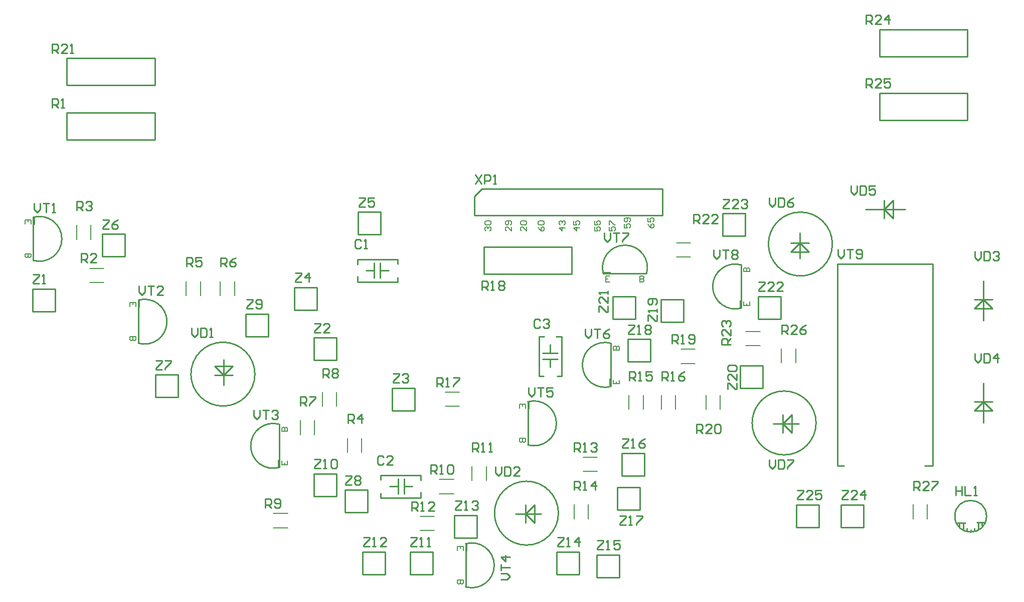
<source format=gto>
G04 Layer_Color=65535*
%FSLAX44Y44*%
%MOMM*%
G71*
G01*
G75*
%ADD19C,0.2540*%
%ADD20C,0.2000*%
%ADD21R,0.1270X1.2700*%
%ADD22R,1.2700X0.1270*%
D19*
X1388980Y315000D02*
G03*
X1388980Y315000I-53980J0D01*
G01*
X797300Y37810D02*
G03*
X797340Y110823I10336J36501D01*
G01*
X1262700Y582190D02*
G03*
X1262660Y509177I-10336J-36501D01*
G01*
X1102790Y567300D02*
G03*
X1029777Y567340I-36501J10336D01*
G01*
X1042700Y449690D02*
G03*
X1042660Y376677I-10336J-36501D01*
G01*
X902300Y277810D02*
G03*
X902340Y350823I10336J36501D01*
G01*
X482700Y312790D02*
G03*
X482660Y239777I-10336J-36501D01*
G01*
X244800Y449710D02*
G03*
X244840Y522723I10336J36501D01*
G01*
X67300Y589710D02*
G03*
X67340Y662723I10336J36501D01*
G01*
X953980Y162500D02*
G03*
X953980Y162500I-53980J0D01*
G01*
X1676700Y157300D02*
G03*
X1676700Y157300I-26700J0D01*
G01*
X441480Y397500D02*
G03*
X441480Y397500I-53980J0D01*
G01*
X1416480Y617500D02*
G03*
X1416480Y617500I-53980J0D01*
G01*
X827950Y567100D02*
Y612820D01*
X976540Y567100D02*
Y612820D01*
X827950D02*
X976540D01*
X827950Y567100D02*
X976540D01*
X1127254Y485950D02*
Y524050D01*
Y485950D02*
X1165354D01*
Y524050D01*
X1127254D02*
X1165354D01*
X1045950Y490950D02*
Y529050D01*
Y490950D02*
X1084050D01*
Y529050D01*
X1045950D02*
X1084050D01*
X1348330Y302300D02*
X1348330Y328970D01*
X1333090Y313730D02*
X1348330Y328970D01*
X1348330Y298490D02*
Y302300D01*
X1333090Y298490D02*
Y328970D01*
X1316580Y313730D02*
X1333090D01*
X1348330Y298490D01*
X1333090Y313730D02*
X1359760D01*
X1260950Y373450D02*
Y411550D01*
Y373450D02*
X1299050D01*
Y411550D01*
X1260950D02*
X1299050D01*
X797300Y37810D02*
Y110200D01*
X124010Y793370D02*
X272600D01*
X124010Y839090D02*
X272600Y839090D01*
Y793370D02*
Y839090D01*
X124010Y793370D02*
Y839090D01*
X1262700Y582190D02*
X1262700Y509800D01*
X1030400Y567300D02*
X1102790D01*
X1042700Y377300D02*
Y449690D01*
X902300Y277810D02*
Y350200D01*
X482700Y240400D02*
Y312790D01*
X244800Y449710D02*
Y522100D01*
X67300Y589710D02*
Y662100D01*
X1053450Y168450D02*
X1091550D01*
Y206550D01*
X1053450D02*
X1091550D01*
X1053450Y168450D02*
Y206550D01*
X1018450Y54050D02*
Y92150D01*
Y54050D02*
X1056550D01*
Y92150D01*
X1018450D02*
X1056550D01*
X673450Y335950D02*
Y374050D01*
Y335950D02*
X711550D01*
Y374050D01*
X673450D02*
X711550D01*
X540950Y420950D02*
Y459050D01*
Y420950D02*
X579050D01*
Y459050D01*
X540950D02*
X579050D01*
X913330Y149800D02*
X913330Y176470D01*
X898090Y161230D02*
X913330Y176470D01*
X913330Y145990D02*
Y149800D01*
X898090Y145990D02*
Y176470D01*
X881580Y161230D02*
X898090D01*
X913330Y145990D01*
X898090Y161230D02*
X924760D01*
X950950Y59050D02*
Y97150D01*
Y59050D02*
X989050D01*
Y97150D01*
X950950D02*
X989050D01*
X425950Y460950D02*
Y499050D01*
Y460950D02*
X464050D01*
Y499050D01*
X425950D02*
X464050D01*
X540950Y191020D02*
Y229120D01*
Y191020D02*
X579050D01*
Y229120D01*
X540950D02*
X579050D01*
X1070950Y418450D02*
Y456550D01*
Y418450D02*
X1109050D01*
Y456550D01*
X1070950D02*
X1109050D01*
X1431350Y138450D02*
Y176550D01*
Y138450D02*
X1469450D01*
Y176550D01*
X1431350D02*
X1469450D01*
X940000Y409270D02*
Y423240D01*
X927300Y423240D02*
X952700D01*
X927300Y433400D02*
X952700D01*
X940000D02*
Y447370D01*
X920950Y394030D02*
Y461340D01*
Y394030D02*
X928570D01*
X920950Y461340D02*
X929840D01*
X950160D02*
X959050D01*
X951430Y394030D02*
X959050D01*
Y461340D01*
X703450Y59050D02*
Y97150D01*
Y59050D02*
X741550D01*
Y97150D01*
X703450D02*
X741550D01*
X1290950Y490950D02*
Y529050D01*
Y490950D02*
X1329050D01*
Y529050D01*
X1290950D02*
X1329050D01*
X221550Y596450D02*
Y634550D01*
X183450D02*
X221550D01*
X183450Y596450D02*
Y634550D01*
Y596450D02*
X221550D01*
X1669050Y140790D02*
Y147140D01*
X1662700D02*
X1662700Y135710D01*
X1656350Y133170D02*
Y136980D01*
X1650000Y130600D02*
Y134440D01*
X1643650Y131900D02*
Y136980D01*
X1637300Y134440D02*
Y144600D01*
X1630950Y145870D02*
X1630950Y139520D01*
X1627140Y145870D02*
X1641110D01*
X1660160Y147140D02*
X1674130Y147140D01*
X1425000Y242460D02*
X1436430D01*
X1425000D02*
Y584090D01*
X1586290D01*
Y242460D02*
Y584090D01*
X1572320Y242460D02*
X1586290D01*
X1355950Y138450D02*
Y176550D01*
Y138450D02*
X1394050D01*
Y176550D01*
X1355950D02*
X1394050D01*
X1659800Y335600D02*
X1686470D01*
X1671230Y350840D02*
X1686470Y335600D01*
X1655990D02*
X1659800D01*
X1655990Y350840D02*
X1686470D01*
X1671230D02*
Y382590D01*
X1655990Y335600D02*
X1671230Y350840D01*
Y315280D02*
Y350840D01*
X623450Y59050D02*
Y97150D01*
Y59050D02*
X661550D01*
Y97150D01*
X623450D02*
X661550D01*
X373530Y410830D02*
X400200D01*
X373530D02*
X388770Y395590D01*
X400200Y410830D02*
X404010D01*
X373530Y395590D02*
X404010Y395590D01*
X388770Y379080D02*
Y395590D01*
X404010Y410830D01*
X388770Y395590D02*
Y422260D01*
X669270Y207500D02*
X683240D01*
X683240Y194800D02*
Y220200D01*
X693400Y194800D02*
Y220200D01*
X693400Y207500D02*
X707370D01*
X654030Y226550D02*
X721340D01*
X654030Y218930D02*
Y226550D01*
X721340Y217660D02*
X721340Y226550D01*
X721340Y197340D02*
X721340Y188450D01*
X654030D02*
Y196070D01*
Y188450D02*
X721340D01*
X1060950Y225950D02*
X1099050D01*
Y264050D01*
X1060950D02*
X1099050D01*
X1060950Y225950D02*
Y264050D01*
X1659800Y508100D02*
X1686470D01*
X1671230Y523340D02*
X1686470Y508100D01*
X1655990D02*
X1659800D01*
X1655990Y523340D02*
X1686470D01*
X1671230D02*
Y555090D01*
X1655990Y508100D02*
X1671230Y523340D01*
Y487780D02*
Y523340D01*
X778450Y120950D02*
Y159050D01*
Y120950D02*
X816550D01*
Y159050D01*
X778450D02*
X816550D01*
X1230950Y630950D02*
Y669050D01*
Y630950D02*
X1269050D01*
Y669050D01*
X1230950D02*
X1269050D01*
X1349800Y604170D02*
X1376470D01*
X1361230Y619410D02*
X1376470Y604170D01*
X1345990D02*
X1349800D01*
X1345990Y619410D02*
X1376470Y619410D01*
X1361230Y619410D02*
Y635920D01*
X1345990Y604170D02*
X1361230Y619410D01*
Y592740D02*
Y619410D01*
X311550Y358450D02*
Y396550D01*
X273450D02*
X311550D01*
X273450Y358450D02*
Y396550D01*
Y358450D02*
X311550D01*
X65950Y503450D02*
Y541550D01*
Y503450D02*
X104050D01*
Y541550D01*
X65950D02*
X104050D01*
X1519400Y664800D02*
X1519400Y691470D01*
X1504160Y676230D02*
X1519400Y691470D01*
X1519400Y660990D02*
Y664800D01*
X1504160Y660990D02*
Y691470D01*
X1472410Y676230D02*
X1504160D01*
X1519400Y660990D01*
X1504160Y676230D02*
X1539720D01*
X124010Y885870D02*
Y931590D01*
X272600D02*
X272600Y885870D01*
X124010Y931590D02*
X272600D01*
X124010Y885870D02*
X272600D01*
X1644550Y934680D02*
Y980400D01*
X1495960Y934680D02*
Y980400D01*
Y934680D02*
X1644550D01*
X1495960Y980400D02*
X1644550D01*
X812100Y678650D02*
Y697700D01*
X824800Y710400D01*
X1129600D01*
Y700240D02*
Y710400D01*
Y665950D02*
Y700240D01*
X812100Y665950D02*
X1129600D01*
X812100D02*
Y678650D01*
X1644550Y827180D02*
Y872900D01*
X1495960Y827180D02*
Y872900D01*
Y827180D02*
X1644550D01*
X1495960Y872900D02*
X1644550D01*
X615950Y633450D02*
Y671550D01*
Y633450D02*
X654050D01*
Y671550D01*
X615950D02*
X654050D01*
X653060Y572500D02*
X667030D01*
X653060Y559800D02*
Y585200D01*
X642900Y559800D02*
Y585200D01*
X628930Y572500D02*
X642900D01*
X614960Y553450D02*
X682270D01*
Y561070D01*
X614960Y553450D02*
X614960Y562340D01*
X614960Y591550D02*
X614960Y582660D01*
X682270Y583930D02*
Y591550D01*
X614960D02*
X682270D01*
X508450Y505950D02*
Y544050D01*
Y505950D02*
X546550D01*
Y544050D01*
X508450D02*
X546550D01*
X593450Y163450D02*
Y201550D01*
Y163450D02*
X631550D01*
Y201550D01*
X593450D02*
X631550D01*
X621069Y622566D02*
X618530Y625105D01*
X613451D01*
X610912Y622566D01*
Y612409D01*
X613451Y609870D01*
X618530D01*
X621069Y612409D01*
X626147Y609870D02*
X631225D01*
X628686D01*
Y625105D01*
X626147Y622566D01*
X658567Y257072D02*
X656028Y259611D01*
X650949D01*
X648410Y257072D01*
Y246915D01*
X650949Y244376D01*
X656028D01*
X658567Y246915D01*
X673802Y244376D02*
X663645D01*
X673802Y254533D01*
Y257072D01*
X671263Y259611D01*
X666184D01*
X663645Y257072D01*
X923367Y488038D02*
X920827Y490577D01*
X915749D01*
X913210Y488038D01*
Y477881D01*
X915749Y475342D01*
X920827D01*
X923367Y477881D01*
X928445Y488038D02*
X930984Y490577D01*
X936063D01*
X938602Y488038D01*
Y485499D01*
X936063Y482960D01*
X933523D01*
X936063D01*
X938602Y480420D01*
Y477881D01*
X936063Y475342D01*
X930984D01*
X928445Y477881D01*
X1624694Y208211D02*
Y192976D01*
Y200593D01*
X1634851D01*
Y208211D01*
Y192976D01*
X1639929Y208211D02*
Y192976D01*
X1650086D01*
X1655164D02*
X1660242D01*
X1657703D01*
Y208211D01*
X1655164Y205672D01*
X99052Y848066D02*
Y863301D01*
X106670D01*
X109209Y860762D01*
Y855684D01*
X106670Y853144D01*
X99052D01*
X104130D02*
X109209Y848066D01*
X114287D02*
X119365D01*
X116826D01*
Y863301D01*
X114287Y860762D01*
X148040Y586056D02*
Y601291D01*
X155658D01*
X158197Y598752D01*
Y593673D01*
X155658Y591134D01*
X148040D01*
X153118D02*
X158197Y586056D01*
X173432D02*
X163275D01*
X173432Y596213D01*
Y598752D01*
X170893Y601291D01*
X165814D01*
X163275Y598752D01*
X140982Y674140D02*
Y689375D01*
X148600D01*
X151139Y686836D01*
Y681758D01*
X148600Y679218D01*
X140982D01*
X146060D02*
X151139Y674140D01*
X156217Y686836D02*
X158756Y689375D01*
X163835D01*
X166374Y686836D01*
Y684297D01*
X163835Y681758D01*
X161295D01*
X163835D01*
X166374Y679218D01*
Y676679D01*
X163835Y674140D01*
X158756D01*
X156217Y676679D01*
X598650Y314154D02*
Y329389D01*
X606268D01*
X608807Y326850D01*
Y321772D01*
X606268Y319232D01*
X598650D01*
X603728D02*
X608807Y314154D01*
X621503D02*
Y329389D01*
X613885Y321772D01*
X624042D01*
X326148Y579174D02*
Y594409D01*
X333766D01*
X336305Y591870D01*
Y586791D01*
X333766Y584252D01*
X326148D01*
X331226D02*
X336305Y579174D01*
X351540Y594409D02*
X341383D01*
Y586791D01*
X346461Y589331D01*
X349001D01*
X351540Y586791D01*
Y581713D01*
X349001Y579174D01*
X343922D01*
X341383Y581713D01*
X383606Y579148D02*
Y594383D01*
X391223D01*
X393763Y591844D01*
Y586766D01*
X391223Y584226D01*
X383606D01*
X388684D02*
X393763Y579148D01*
X408998Y594383D02*
X403919Y591844D01*
X398841Y586766D01*
Y581687D01*
X401380Y579148D01*
X406459D01*
X408998Y581687D01*
Y584226D01*
X406459Y586766D01*
X398841D01*
X518492Y344044D02*
Y359279D01*
X526110D01*
X528649Y356740D01*
Y351661D01*
X526110Y349122D01*
X518492D01*
X523570D02*
X528649Y344044D01*
X533727Y359279D02*
X543884D01*
Y356740D01*
X533727Y346583D01*
Y344044D01*
X556004Y391596D02*
Y406831D01*
X563621D01*
X566161Y404292D01*
Y399213D01*
X563621Y396674D01*
X556004D01*
X561082D02*
X566161Y391596D01*
X571239Y404292D02*
X573778Y406831D01*
X578857D01*
X581396Y404292D01*
Y401753D01*
X578857Y399213D01*
X581396Y396674D01*
Y394135D01*
X578857Y391596D01*
X573778D01*
X571239Y394135D01*
Y396674D01*
X573778Y399213D01*
X571239Y401753D01*
Y404292D01*
X573778Y399213D02*
X578857D01*
X458634Y171534D02*
Y186769D01*
X466251D01*
X468791Y184230D01*
Y179151D01*
X466251Y176612D01*
X458634D01*
X463712D02*
X468791Y171534D01*
X473869Y174073D02*
X476408Y171534D01*
X481487D01*
X484026Y174073D01*
Y184230D01*
X481487Y186769D01*
X476408D01*
X473869Y184230D01*
Y181691D01*
X476408Y179151D01*
X484026D01*
X738588Y229178D02*
Y244413D01*
X746206D01*
X748745Y241874D01*
Y236796D01*
X746206Y234256D01*
X738588D01*
X743666D02*
X748745Y229178D01*
X753823D02*
X758901D01*
X756362D01*
Y244413D01*
X753823Y241874D01*
X766519D02*
X769058Y244413D01*
X774137D01*
X776676Y241874D01*
Y231717D01*
X774137Y229178D01*
X769058D01*
X766519Y231717D01*
Y241874D01*
X808506Y266676D02*
Y281911D01*
X816124D01*
X818663Y279372D01*
Y274293D01*
X816124Y271754D01*
X808506D01*
X813584D02*
X818663Y266676D01*
X823741D02*
X828819D01*
X826280D01*
Y281911D01*
X823741Y279372D01*
X836437Y266676D02*
X841515D01*
X838976D01*
Y281911D01*
X836437Y279372D01*
X705972Y166762D02*
Y181997D01*
X713589D01*
X716129Y179458D01*
Y174380D01*
X713589Y171840D01*
X705972D01*
X711050D02*
X716129Y166762D01*
X721207D02*
X726285D01*
X723746D01*
Y181997D01*
X721207Y179458D01*
X744060Y166762D02*
X733903D01*
X744060Y176919D01*
Y179458D01*
X741520Y181997D01*
X736442D01*
X733903Y179458D01*
X980974Y266690D02*
Y281925D01*
X988592D01*
X991131Y279386D01*
Y274307D01*
X988592Y271768D01*
X980974D01*
X986052D02*
X991131Y266690D01*
X996209D02*
X1001287D01*
X998748D01*
Y281925D01*
X996209Y279386D01*
X1008905D02*
X1011444Y281925D01*
X1016523D01*
X1019062Y279386D01*
Y276847D01*
X1016523Y274307D01*
X1013983D01*
X1016523D01*
X1019062Y271768D01*
Y269229D01*
X1016523Y266690D01*
X1011444D01*
X1008905Y269229D01*
X980986Y201532D02*
Y216767D01*
X988604D01*
X991143Y214228D01*
Y209149D01*
X988604Y206610D01*
X980986D01*
X986064D02*
X991143Y201532D01*
X996221D02*
X1001299D01*
X998760D01*
Y216767D01*
X996221Y214228D01*
X1016535Y201532D02*
Y216767D01*
X1008917Y209149D01*
X1019074D01*
X1073456Y386618D02*
Y401853D01*
X1081074D01*
X1083613Y399314D01*
Y394235D01*
X1081074Y391696D01*
X1073456D01*
X1078534D02*
X1083613Y386618D01*
X1088691D02*
X1093769D01*
X1091230D01*
Y401853D01*
X1088691Y399314D01*
X1111544Y401853D02*
X1101387D01*
Y394235D01*
X1106465Y396775D01*
X1109005D01*
X1111544Y394235D01*
Y389157D01*
X1109005Y386618D01*
X1103926D01*
X1101387Y389157D01*
X1128443Y386703D02*
Y401938D01*
X1136060D01*
X1138600Y399399D01*
Y394320D01*
X1136060Y391781D01*
X1128443D01*
X1133521D02*
X1138600Y386703D01*
X1143678D02*
X1148756D01*
X1146217D01*
Y401938D01*
X1143678Y399399D01*
X1166531Y401938D02*
X1161452Y399399D01*
X1156374Y394320D01*
Y389242D01*
X1158913Y386703D01*
X1163991D01*
X1166531Y389242D01*
Y391781D01*
X1163991Y394320D01*
X1156374D01*
X748562Y376698D02*
Y391933D01*
X756180D01*
X758719Y389394D01*
Y384315D01*
X756180Y381776D01*
X748562D01*
X753640D02*
X758719Y376698D01*
X763797D02*
X768875D01*
X766336D01*
Y391933D01*
X763797Y389394D01*
X776493Y391933D02*
X786650D01*
Y389394D01*
X776493Y379237D01*
Y376698D01*
X825000Y540000D02*
Y555235D01*
X832617D01*
X835157Y552696D01*
Y547617D01*
X832617Y545078D01*
X825000D01*
X830078D02*
X835157Y540000D01*
X840235D02*
X845313D01*
X842774D01*
Y555235D01*
X840235Y552696D01*
X852931D02*
X855470Y555235D01*
X860548D01*
X863088Y552696D01*
Y550157D01*
X860548Y547617D01*
X863088Y545078D01*
Y542539D01*
X860548Y540000D01*
X855470D01*
X852931Y542539D01*
Y545078D01*
X855470Y547617D01*
X852931Y550157D01*
Y552696D01*
X855470Y547617D02*
X860548D01*
X1145980Y449168D02*
Y464403D01*
X1153597D01*
X1156137Y461864D01*
Y456786D01*
X1153597Y454246D01*
X1145980D01*
X1151058D02*
X1156137Y449168D01*
X1161215D02*
X1166293D01*
X1163754D01*
Y464403D01*
X1161215Y461864D01*
X1173911Y451707D02*
X1176450Y449168D01*
X1181528D01*
X1184068Y451707D01*
Y461864D01*
X1181528Y464403D01*
X1176450D01*
X1173911Y461864D01*
Y459325D01*
X1176450Y456786D01*
X1184068D01*
X1187500Y297500D02*
Y312735D01*
X1195117D01*
X1197657Y310196D01*
Y305117D01*
X1195117Y302578D01*
X1187500D01*
X1192578D02*
X1197657Y297500D01*
X1212892D02*
X1202735D01*
X1212892Y307657D01*
Y310196D01*
X1210353Y312735D01*
X1205274D01*
X1202735Y310196D01*
X1217970D02*
X1220509Y312735D01*
X1225588D01*
X1228127Y310196D01*
Y300039D01*
X1225588Y297500D01*
X1220509D01*
X1217970Y300039D01*
Y310196D01*
X99052Y940522D02*
Y955757D01*
X106670D01*
X109209Y953218D01*
Y948139D01*
X106670Y945600D01*
X99052D01*
X104130D02*
X109209Y940522D01*
X124444D02*
X114287D01*
X124444Y950679D01*
Y953218D01*
X121905Y955757D01*
X116826D01*
X114287Y953218D01*
X129522Y940522D02*
X134600D01*
X132061D01*
Y955757D01*
X129522Y953218D01*
X1182500Y652500D02*
Y667735D01*
X1190117D01*
X1192657Y665196D01*
Y660117D01*
X1190117Y657578D01*
X1182500D01*
X1187578D02*
X1192657Y652500D01*
X1207892D02*
X1197735D01*
X1207892Y662657D01*
Y665196D01*
X1205353Y667735D01*
X1200274D01*
X1197735Y665196D01*
X1223127Y652500D02*
X1212970D01*
X1223127Y662657D01*
Y665196D01*
X1220588Y667735D01*
X1215509D01*
X1212970Y665196D01*
X1245000Y447500D02*
X1229765D01*
Y455117D01*
X1232304Y457657D01*
X1237383D01*
X1239922Y455117D01*
Y447500D01*
Y452578D02*
X1245000Y457657D01*
Y472892D02*
Y462735D01*
X1234843Y472892D01*
X1232304D01*
X1229765Y470353D01*
Y465274D01*
X1232304Y462735D01*
Y477970D02*
X1229765Y480509D01*
Y485588D01*
X1232304Y488127D01*
X1234843D01*
X1237383Y485588D01*
Y483049D01*
Y485588D01*
X1239922Y488127D01*
X1242461D01*
X1245000Y485588D01*
Y480509D01*
X1242461Y477970D01*
X1473476Y989368D02*
Y1004603D01*
X1481093D01*
X1483633Y1002064D01*
Y996985D01*
X1481093Y994446D01*
X1473476D01*
X1478554D02*
X1483633Y989368D01*
X1498868D02*
X1488711D01*
X1498868Y999525D01*
Y1002064D01*
X1496329Y1004603D01*
X1491250D01*
X1488711Y1002064D01*
X1511564Y989368D02*
Y1004603D01*
X1503946Y996985D01*
X1514103D01*
X1473504Y881872D02*
Y897107D01*
X1481122D01*
X1483661Y894568D01*
Y889490D01*
X1481122Y886950D01*
X1473504D01*
X1478582D02*
X1483661Y881872D01*
X1498896D02*
X1488739D01*
X1498896Y892029D01*
Y894568D01*
X1496357Y897107D01*
X1491278D01*
X1488739Y894568D01*
X1514131Y897107D02*
X1503974D01*
Y889490D01*
X1509052Y892029D01*
X1511592D01*
X1514131Y889490D01*
Y884411D01*
X1511592Y881872D01*
X1506513D01*
X1503974Y884411D01*
X1331150Y465566D02*
Y480801D01*
X1338768D01*
X1341307Y478262D01*
Y473184D01*
X1338768Y470644D01*
X1331150D01*
X1336228D02*
X1341307Y465566D01*
X1356542D02*
X1346385D01*
X1356542Y475723D01*
Y478262D01*
X1354003Y480801D01*
X1348924D01*
X1346385Y478262D01*
X1371777Y480801D02*
X1366698Y478262D01*
X1361620Y473184D01*
Y468105D01*
X1364159Y465566D01*
X1369238D01*
X1371777Y468105D01*
Y470644D01*
X1369238Y473184D01*
X1361620D01*
X1553588Y201520D02*
Y216755D01*
X1561205D01*
X1563745Y214216D01*
Y209137D01*
X1561205Y206598D01*
X1553588D01*
X1558666D02*
X1563745Y201520D01*
X1578980D02*
X1568823D01*
X1578980Y211677D01*
Y214216D01*
X1576441Y216755D01*
X1571362D01*
X1568823Y214216D01*
X1584058Y216755D02*
X1594215D01*
Y214216D01*
X1584058Y204059D01*
Y201520D01*
X334910Y475687D02*
Y465530D01*
X339988Y460452D01*
X345067Y465530D01*
Y475687D01*
X350145D02*
Y460452D01*
X357763D01*
X360302Y462991D01*
Y473148D01*
X357763Y475687D01*
X350145D01*
X365380Y460452D02*
X370458D01*
X367919D01*
Y475687D01*
X365380Y473148D01*
X847330Y240625D02*
Y230468D01*
X852408Y225390D01*
X857487Y230468D01*
Y240625D01*
X862565D02*
Y225390D01*
X870183D01*
X872722Y227929D01*
Y238086D01*
X870183Y240625D01*
X862565D01*
X887957Y225390D02*
X877800D01*
X887957Y235547D01*
Y238086D01*
X885418Y240625D01*
X880339D01*
X877800Y238086D01*
X1657387Y604996D02*
Y594839D01*
X1662465Y589761D01*
X1667544Y594839D01*
Y604996D01*
X1672622D02*
Y589761D01*
X1680240D01*
X1682779Y592300D01*
Y602457D01*
X1680240Y604996D01*
X1672622D01*
X1687857Y602457D02*
X1690396Y604996D01*
X1695475D01*
X1698014Y602457D01*
Y599918D01*
X1695475Y597379D01*
X1692935D01*
X1695475D01*
X1698014Y594839D01*
Y592300D01*
X1695475Y589761D01*
X1690396D01*
X1687857Y592300D01*
X1657387Y432496D02*
Y422339D01*
X1662465Y417261D01*
X1667544Y422339D01*
Y432496D01*
X1672622D02*
Y417261D01*
X1680240D01*
X1682779Y419800D01*
Y429957D01*
X1680240Y432496D01*
X1672622D01*
X1695475Y417261D02*
Y432496D01*
X1687857Y424879D01*
X1698014D01*
X1448056Y715529D02*
Y705372D01*
X1453134Y700294D01*
X1458213Y705372D01*
Y715529D01*
X1463291D02*
Y700294D01*
X1470909D01*
X1473448Y702833D01*
Y712990D01*
X1470909Y715529D01*
X1463291D01*
X1488683D02*
X1478526D01*
Y707912D01*
X1483604Y710451D01*
X1486144D01*
X1488683Y707912D01*
Y702833D01*
X1486144Y700294D01*
X1481065D01*
X1478526Y702833D01*
X1309760Y695531D02*
Y685374D01*
X1314838Y680296D01*
X1319917Y685374D01*
Y695531D01*
X1324995D02*
Y680296D01*
X1332613D01*
X1335152Y682835D01*
Y692992D01*
X1332613Y695531D01*
X1324995D01*
X1350387D02*
X1345309Y692992D01*
X1340230Y687914D01*
Y682835D01*
X1342769Y680296D01*
X1347848D01*
X1350387Y682835D01*
Y685374D01*
X1347848Y687914D01*
X1340230D01*
X1310000Y252735D02*
Y242578D01*
X1315078Y237500D01*
X1320157Y242578D01*
Y252735D01*
X1325235D02*
Y237500D01*
X1332853D01*
X1335392Y240039D01*
Y250196D01*
X1332853Y252735D01*
X1325235D01*
X1340470D02*
X1350627D01*
Y250196D01*
X1340470Y240039D01*
Y237500D01*
X68608Y686099D02*
Y675942D01*
X73686Y670864D01*
X78765Y675942D01*
Y686099D01*
X83843D02*
X94000D01*
X88921D01*
Y670864D01*
X99078D02*
X104157D01*
X101617D01*
Y686099D01*
X99078Y683560D01*
X246086Y546145D02*
Y535988D01*
X251164Y530910D01*
X256243Y535988D01*
Y546145D01*
X261321D02*
X271478D01*
X266399D01*
Y530910D01*
X286713D02*
X276556D01*
X286713Y541067D01*
Y543606D01*
X284174Y546145D01*
X279095D01*
X276556Y543606D01*
X439432Y336869D02*
Y326712D01*
X444510Y321634D01*
X449589Y326712D01*
Y336869D01*
X454667D02*
X464824D01*
X459745D01*
Y321634D01*
X469902Y334330D02*
X472441Y336869D01*
X477520D01*
X480059Y334330D01*
Y331791D01*
X477520Y329252D01*
X474981D01*
X477520D01*
X480059Y326712D01*
Y324173D01*
X477520Y321634D01*
X472441D01*
X469902Y324173D01*
X857265Y50000D02*
X867422D01*
X872500Y55078D01*
X867422Y60157D01*
X857265D01*
Y65235D02*
Y75392D01*
Y70313D01*
X872500D01*
Y88088D02*
X857265D01*
X864883Y80470D01*
Y90627D01*
X903516Y374273D02*
Y364116D01*
X908594Y359038D01*
X913673Y364116D01*
Y374273D01*
X918751D02*
X928908D01*
X923829D01*
Y359038D01*
X944143Y374273D02*
X933986D01*
Y366656D01*
X939064Y369195D01*
X941604D01*
X944143Y366656D01*
Y361577D01*
X941604Y359038D01*
X936525D01*
X933986Y361577D01*
X999462Y473857D02*
Y463700D01*
X1004540Y458622D01*
X1009619Y463700D01*
Y473857D01*
X1014697D02*
X1024854D01*
X1019775D01*
Y458622D01*
X1040089Y473857D02*
X1035011Y471318D01*
X1029932Y466240D01*
Y461161D01*
X1032471Y458622D01*
X1037550D01*
X1040089Y461161D01*
Y463700D01*
X1037550Y466240D01*
X1029932D01*
X1031574Y635899D02*
Y625742D01*
X1036652Y620664D01*
X1041731Y625742D01*
Y635899D01*
X1046809D02*
X1056966D01*
X1051887D01*
Y620664D01*
X1062044Y635899D02*
X1072201D01*
Y633360D01*
X1062044Y623203D01*
Y620664D01*
X1215754Y607751D02*
Y597594D01*
X1220832Y592516D01*
X1225911Y597594D01*
Y607751D01*
X1230989D02*
X1241146D01*
X1236067D01*
Y592516D01*
X1246224Y605212D02*
X1248763Y607751D01*
X1253842D01*
X1256381Y605212D01*
Y602673D01*
X1253842Y600134D01*
X1256381Y597594D01*
Y595055D01*
X1253842Y592516D01*
X1248763D01*
X1246224Y595055D01*
Y597594D01*
X1248763Y600134D01*
X1246224Y602673D01*
Y605212D01*
X1248763Y600134D02*
X1253842D01*
X1426143Y608342D02*
Y598185D01*
X1431221Y593107D01*
X1436300Y598185D01*
Y608342D01*
X1441378D02*
X1451535D01*
X1446456D01*
Y593107D01*
X1456613Y595646D02*
X1459152Y593107D01*
X1464231D01*
X1466770Y595646D01*
Y605803D01*
X1464231Y608342D01*
X1459152D01*
X1456613Y605803D01*
Y603264D01*
X1459152Y600724D01*
X1466770D01*
X813378Y734461D02*
X823535Y719226D01*
Y734461D02*
X813378Y719226D01*
X828613D02*
Y734461D01*
X836231D01*
X838770Y731922D01*
Y726843D01*
X836231Y724304D01*
X828613D01*
X843848Y719226D02*
X848926D01*
X846387D01*
Y734461D01*
X843848Y731922D01*
X67347Y565802D02*
X77504D01*
Y563263D01*
X67347Y553106D01*
Y550567D01*
X77504D01*
X82582D02*
X87660D01*
X85121D01*
Y565802D01*
X82582Y563263D01*
X542347Y483302D02*
X552504D01*
Y480763D01*
X542347Y470606D01*
Y468067D01*
X552504D01*
X567739D02*
X557582D01*
X567739Y478224D01*
Y480763D01*
X565200Y483302D01*
X560121D01*
X557582Y480763D01*
X674847Y398302D02*
X685004D01*
Y395763D01*
X674847Y385606D01*
Y383067D01*
X685004D01*
X690082Y395763D02*
X692621Y398302D01*
X697700D01*
X700239Y395763D01*
Y393224D01*
X697700Y390685D01*
X695160D01*
X697700D01*
X700239Y388145D01*
Y385606D01*
X697700Y383067D01*
X692621D01*
X690082Y385606D01*
X509847Y568302D02*
X520004D01*
Y565763D01*
X509847Y555606D01*
Y553067D01*
X520004D01*
X532700D02*
Y568302D01*
X525082Y560685D01*
X535239D01*
X617347Y695802D02*
X627504D01*
Y693263D01*
X617347Y683106D01*
Y680567D01*
X627504D01*
X642739Y695802D02*
X632582D01*
Y688185D01*
X637660Y690724D01*
X640200D01*
X642739Y688185D01*
Y683106D01*
X640200Y680567D01*
X635121D01*
X632582Y683106D01*
X184724Y658689D02*
X194881D01*
Y656150D01*
X184724Y645993D01*
Y643454D01*
X194881D01*
X210116Y658689D02*
X205037Y656150D01*
X199959Y651071D01*
Y645993D01*
X202498Y643454D01*
X207577D01*
X210116Y645993D01*
Y648532D01*
X207577Y651071D01*
X199959D01*
X274734Y420579D02*
X284891D01*
Y418040D01*
X274734Y407883D01*
Y405344D01*
X284891D01*
X289969Y420579D02*
X300126D01*
Y418040D01*
X289969Y407883D01*
Y405344D01*
X594847Y225802D02*
X605004D01*
Y223263D01*
X594847Y213106D01*
Y210567D01*
X605004D01*
X610082Y223263D02*
X612621Y225802D01*
X617700D01*
X620239Y223263D01*
Y220724D01*
X617700Y218185D01*
X620239Y215645D01*
Y213106D01*
X617700Y210567D01*
X612621D01*
X610082Y213106D01*
Y215645D01*
X612621Y218185D01*
X610082Y220724D01*
Y223263D01*
X612621Y218185D02*
X617700D01*
X427347Y523302D02*
X437504D01*
Y520763D01*
X427347Y510606D01*
Y508067D01*
X437504D01*
X442582Y510606D02*
X445121Y508067D01*
X450200D01*
X452739Y510606D01*
Y520763D01*
X450200Y523302D01*
X445121D01*
X442582Y520763D01*
Y518224D01*
X445121Y515685D01*
X452739D01*
X542347Y253372D02*
X552504D01*
Y250833D01*
X542347Y240676D01*
Y238137D01*
X552504D01*
X557582D02*
X562660D01*
X560121D01*
Y253372D01*
X557582Y250833D01*
X570278D02*
X572817Y253372D01*
X577896D01*
X580435Y250833D01*
Y240676D01*
X577896Y238137D01*
X572817D01*
X570278Y240676D01*
Y250833D01*
X704847Y121402D02*
X715004D01*
Y118863D01*
X704847Y108706D01*
Y106167D01*
X715004D01*
X720082D02*
X725160D01*
X722621D01*
Y121402D01*
X720082Y118863D01*
X732778Y106167D02*
X737856D01*
X735317D01*
Y121402D01*
X732778Y118863D01*
X624847Y121402D02*
X635004D01*
Y118863D01*
X624847Y108706D01*
Y106167D01*
X635004D01*
X640082D02*
X645160D01*
X642621D01*
Y121402D01*
X640082Y118863D01*
X662935Y106167D02*
X652778D01*
X662935Y116324D01*
Y118863D01*
X660396Y121402D01*
X655317D01*
X652778Y118863D01*
X779847Y183302D02*
X790004D01*
Y180763D01*
X779847Y170606D01*
Y168067D01*
X790004D01*
X795082D02*
X800160D01*
X797621D01*
Y183302D01*
X795082Y180763D01*
X807778D02*
X810317Y183302D01*
X815396D01*
X817935Y180763D01*
Y178224D01*
X815396Y175685D01*
X812856D01*
X815396D01*
X817935Y173145D01*
Y170606D01*
X815396Y168067D01*
X810317D01*
X807778Y170606D01*
X952347Y121402D02*
X962504D01*
Y118863D01*
X952347Y108706D01*
Y106167D01*
X962504D01*
X967582D02*
X972660D01*
X970121D01*
Y121402D01*
X967582Y118863D01*
X987896Y106167D02*
Y121402D01*
X980278Y113785D01*
X990435D01*
X1019847Y116402D02*
X1030004D01*
Y113863D01*
X1019847Y103706D01*
Y101167D01*
X1030004D01*
X1035082D02*
X1040160D01*
X1037621D01*
Y116402D01*
X1035082Y113863D01*
X1057935Y116402D02*
X1047778D01*
Y108785D01*
X1052856Y111324D01*
X1055396D01*
X1057935Y108785D01*
Y103706D01*
X1055396Y101167D01*
X1050317D01*
X1047778Y103706D01*
X1062160Y288181D02*
X1072317D01*
Y285642D01*
X1062160Y275485D01*
Y272946D01*
X1072317D01*
X1077395D02*
X1082473D01*
X1079934D01*
Y288181D01*
X1077395Y285642D01*
X1100248Y288181D02*
X1095169Y285642D01*
X1090091Y280564D01*
Y275485D01*
X1092630Y272946D01*
X1097709D01*
X1100248Y275485D01*
Y278024D01*
X1097709Y280564D01*
X1090091D01*
X1057500Y157735D02*
X1067657D01*
Y155196D01*
X1057500Y145039D01*
Y142500D01*
X1067657D01*
X1072735D02*
X1077813D01*
X1075274D01*
Y157735D01*
X1072735Y155196D01*
X1085431Y157735D02*
X1095588D01*
Y155196D01*
X1085431Y145039D01*
Y142500D01*
X1072347Y480802D02*
X1082504D01*
Y478263D01*
X1072347Y468106D01*
Y465567D01*
X1082504D01*
X1087582D02*
X1092660D01*
X1090121D01*
Y480802D01*
X1087582Y478263D01*
X1100278D02*
X1102817Y480802D01*
X1107896D01*
X1110435Y478263D01*
Y475724D01*
X1107896Y473185D01*
X1110435Y470645D01*
Y468106D01*
X1107896Y465567D01*
X1102817D01*
X1100278Y468106D01*
Y470645D01*
X1102817Y473185D01*
X1100278Y475724D01*
Y478263D01*
X1102817Y473185D02*
X1107896D01*
X1104765Y487500D02*
Y497657D01*
X1107304D01*
X1117461Y487500D01*
X1120000D01*
Y497657D01*
Y502735D02*
Y507813D01*
Y505274D01*
X1104765D01*
X1107304Y502735D01*
X1117461Y515431D02*
X1120000Y517970D01*
Y523049D01*
X1117461Y525588D01*
X1107304D01*
X1104765Y523049D01*
Y517970D01*
X1107304Y515431D01*
X1109843D01*
X1112383Y517970D01*
Y525588D01*
X1239765Y372500D02*
Y382657D01*
X1242304D01*
X1252461Y372500D01*
X1255000D01*
Y382657D01*
Y397892D02*
Y387735D01*
X1244843Y397892D01*
X1242304D01*
X1239765Y395353D01*
Y390274D01*
X1242304Y387735D01*
Y402970D02*
X1239765Y405509D01*
Y410588D01*
X1242304Y413127D01*
X1252461D01*
X1255000Y410588D01*
Y405509D01*
X1252461Y402970D01*
X1242304D01*
X1022265Y502500D02*
Y512657D01*
X1024804D01*
X1034961Y502500D01*
X1037500D01*
Y512657D01*
Y527892D02*
Y517735D01*
X1027343Y527892D01*
X1024804D01*
X1022265Y525353D01*
Y520274D01*
X1024804Y517735D01*
X1037500Y532970D02*
Y538049D01*
Y535509D01*
X1022265D01*
X1024804Y532970D01*
X1292347Y553302D02*
X1302504D01*
Y550763D01*
X1292347Y540606D01*
Y538067D01*
X1302504D01*
X1317739D02*
X1307582D01*
X1317739Y548224D01*
Y550763D01*
X1315200Y553302D01*
X1310121D01*
X1307582Y550763D01*
X1332974Y538067D02*
X1322817D01*
X1332974Y548224D01*
Y550763D01*
X1330435Y553302D01*
X1325356D01*
X1322817Y550763D01*
X1232347Y693302D02*
X1242504D01*
Y690763D01*
X1232347Y680606D01*
Y678067D01*
X1242504D01*
X1257739D02*
X1247582D01*
X1257739Y688224D01*
Y690763D01*
X1255200Y693302D01*
X1250121D01*
X1247582Y690763D01*
X1262817D02*
X1265356Y693302D01*
X1270435D01*
X1272974Y690763D01*
Y688224D01*
X1270435Y685685D01*
X1267896D01*
X1270435D01*
X1272974Y683145D01*
Y680606D01*
X1270435Y678067D01*
X1265356D01*
X1262817Y680606D01*
X1432747Y200802D02*
X1442904D01*
Y198263D01*
X1432747Y188106D01*
Y185567D01*
X1442904D01*
X1458139D02*
X1447982D01*
X1458139Y195724D01*
Y198263D01*
X1455600Y200802D01*
X1450521D01*
X1447982Y198263D01*
X1470835Y185567D02*
Y200802D01*
X1463217Y193185D01*
X1473374D01*
X1357347Y200802D02*
X1367504D01*
Y198263D01*
X1357347Y188106D01*
Y185567D01*
X1367504D01*
X1382739D02*
X1372582D01*
X1382739Y195724D01*
Y198263D01*
X1380200Y200802D01*
X1375121D01*
X1372582Y198263D01*
X1397974Y200802D02*
X1387817D01*
Y193185D01*
X1392896Y195724D01*
X1395435D01*
X1397974Y193185D01*
Y188106D01*
X1395435Y185567D01*
X1390356D01*
X1387817Y188106D01*
D20*
X1153000Y595500D02*
X1177000Y595500D01*
X1153000Y619500D02*
X1177000D01*
X1203000Y338000D02*
Y362000D01*
X1227000Y338000D02*
Y362000D01*
X1270500Y445500D02*
X1294500Y445500D01*
X1270500Y469500D02*
X1294500D01*
X1577000Y177000D02*
X1577000Y153000D01*
X1553000Y153000D02*
Y177000D01*
X1128000Y338000D02*
Y362000D01*
X1152000Y338000D02*
Y362000D01*
X980500Y177000D02*
X980500Y153000D01*
X1004500D02*
Y177000D01*
X832000Y242000D02*
X832000Y218000D01*
X808000Y218000D02*
Y242000D01*
X407000Y554500D02*
X407000Y530500D01*
X383000Y530500D02*
Y554500D01*
X579500Y367000D02*
X579500Y343000D01*
X555500Y343000D02*
Y367000D01*
X1354500Y440804D02*
X1354500Y416804D01*
X1330500Y416804D02*
Y440804D01*
X164500Y649500D02*
X164500Y625500D01*
X140500Y625500D02*
Y649500D01*
X1097000Y362000D02*
X1097000Y338000D01*
X1073000Y338000D02*
Y362000D01*
X995500Y257000D02*
X1019500Y257000D01*
X995500Y233000D02*
X1019500D01*
X753000Y195500D02*
X777000Y195500D01*
X753000Y219500D02*
X777000D01*
X325500Y554500D02*
X325500Y530500D01*
X349500D02*
Y554500D01*
X542000Y319500D02*
X542000Y295500D01*
X518000Y295500D02*
Y319500D01*
X1160500Y415500D02*
X1184500Y415500D01*
X1160500Y439500D02*
X1184500D01*
X162500Y576500D02*
X186500Y576500D01*
X162500Y552500D02*
X186500D01*
X473000Y162000D02*
X497000Y162000D01*
X473000Y138000D02*
X497000D01*
X720500Y133000D02*
X744500Y133000D01*
X720500Y157000D02*
X744500D01*
X763000Y343000D02*
X787000Y343000D01*
X763000Y367000D02*
X787000D01*
X622000Y289500D02*
X622000Y265500D01*
X598000Y265500D02*
Y289500D01*
X1105003Y651665D02*
X1106669Y648332D01*
X1110002Y645000D01*
X1113334D01*
X1115000Y646666D01*
Y649998D01*
X1113334Y651665D01*
X1111668D01*
X1110002Y649998D01*
Y645000D01*
X1105003Y661661D02*
Y654997D01*
X1110002D01*
X1108335Y658329D01*
Y659995D01*
X1110002Y661661D01*
X1113334D01*
X1115000Y659995D01*
Y656663D01*
X1113334Y654997D01*
X1065003Y651665D02*
Y645000D01*
X1070002D01*
X1068335Y648332D01*
Y649998D01*
X1070002Y651665D01*
X1073334D01*
X1075000Y649998D01*
Y646666D01*
X1073334Y645000D01*
Y654997D02*
X1075000Y656663D01*
Y659995D01*
X1073334Y661661D01*
X1066669D01*
X1065003Y659995D01*
Y656663D01*
X1066669Y654997D01*
X1068335D01*
X1070002Y656663D01*
Y661661D01*
X1040003Y646665D02*
Y640000D01*
X1045002D01*
X1043335Y643332D01*
Y644998D01*
X1045002Y646665D01*
X1048334D01*
X1050000Y644998D01*
Y641666D01*
X1048334Y640000D01*
X1040003Y649997D02*
Y656661D01*
X1041669D01*
X1048334Y649997D01*
X1050000D01*
X990000Y644998D02*
X980003D01*
X985002Y640000D01*
Y646665D01*
X980003Y656661D02*
Y649997D01*
X985002D01*
X983335Y653329D01*
Y654995D01*
X985002Y656661D01*
X988334D01*
X990000Y654995D01*
Y651663D01*
X988334Y649997D01*
X1015003Y646665D02*
Y640000D01*
X1020002D01*
X1018335Y643332D01*
Y644998D01*
X1020002Y646665D01*
X1023334D01*
X1025000Y644998D01*
Y641666D01*
X1023334Y640000D01*
X1015003Y656661D02*
Y649997D01*
X1020002D01*
X1018335Y653329D01*
Y654995D01*
X1020002Y656661D01*
X1023334D01*
X1025000Y654995D01*
Y651663D01*
X1023334Y649997D01*
X965000Y644998D02*
X955003D01*
X960002Y640000D01*
Y646665D01*
X956669Y649997D02*
X955003Y651663D01*
Y654995D01*
X956669Y656661D01*
X958335D01*
X960002Y654995D01*
Y653329D01*
Y654995D01*
X961668Y656661D01*
X963334D01*
X965000Y654995D01*
Y651663D01*
X963334Y649997D01*
X920003Y646665D02*
X921669Y643332D01*
X925002Y640000D01*
X928334D01*
X930000Y641666D01*
Y644998D01*
X928334Y646665D01*
X926668D01*
X925002Y644998D01*
Y640000D01*
X921669Y649997D02*
X920003Y651663D01*
Y654995D01*
X921669Y656661D01*
X928334D01*
X930000Y654995D01*
Y651663D01*
X928334Y649997D01*
X921669D01*
X900000Y646665D02*
Y640000D01*
X893335Y646665D01*
X891669D01*
X890003Y644998D01*
Y641666D01*
X891669Y640000D01*
Y649997D02*
X890003Y651663D01*
Y654995D01*
X891669Y656661D01*
X898334D01*
X900000Y654995D01*
Y651663D01*
X898334Y649997D01*
X891669D01*
X875000Y646665D02*
Y640000D01*
X868335Y646665D01*
X866669D01*
X865003Y644998D01*
Y641666D01*
X866669Y640000D01*
X873334Y649997D02*
X875000Y651663D01*
Y654995D01*
X873334Y656661D01*
X866669D01*
X865003Y654995D01*
Y651663D01*
X866669Y649997D01*
X868335D01*
X870002Y651663D01*
Y656661D01*
X831669Y640000D02*
X830003Y641666D01*
Y644998D01*
X831669Y646665D01*
X833335D01*
X835002Y644998D01*
Y643332D01*
Y644998D01*
X836668Y646665D01*
X838334D01*
X840000Y644998D01*
Y641666D01*
X838334Y640000D01*
X831669Y649997D02*
X830003Y651663D01*
Y654995D01*
X831669Y656661D01*
X838334D01*
X840000Y654995D01*
Y651663D01*
X838334Y649997D01*
X831669D01*
X793327Y99726D02*
Y106390D01*
X783330D01*
Y99726D01*
X788328Y106390D02*
Y103058D01*
X793327Y49240D02*
X783330D01*
Y44242D01*
X784996Y42575D01*
X786662D01*
X788328Y44242D01*
Y49240D01*
Y44242D01*
X789995Y42575D01*
X791661D01*
X793327Y44242D01*
Y49240D01*
X1266673Y520275D02*
Y513610D01*
X1276670D01*
Y520275D01*
X1271672Y513610D02*
Y516942D01*
X1266673Y570760D02*
X1276670D01*
Y575758D01*
X1275004Y577425D01*
X1273338D01*
X1271672Y575758D01*
Y570760D01*
Y575758D01*
X1270005Y577425D01*
X1268339D01*
X1266673Y575758D01*
Y570760D01*
X1091360Y563327D02*
Y553330D01*
X1096358D01*
X1098025Y554996D01*
Y556662D01*
X1096358Y558328D01*
X1091360D01*
X1096358D01*
X1098025Y559995D01*
Y561661D01*
X1096358Y563327D01*
X1091360D01*
X1040874D02*
X1034210D01*
Y553330D01*
X1040874D01*
X1034210Y558328D02*
X1037542D01*
X1046673Y387775D02*
Y381110D01*
X1056670D01*
Y387775D01*
X1051672Y381110D02*
Y384442D01*
X1046673Y438260D02*
X1056670D01*
Y443258D01*
X1055004Y444925D01*
X1053338D01*
X1051672Y443258D01*
Y438260D01*
Y443258D01*
X1050005Y444925D01*
X1048339D01*
X1046673Y443258D01*
Y438260D01*
X898327Y289240D02*
X888330D01*
Y284242D01*
X889996Y282575D01*
X891662D01*
X893328Y284242D01*
Y289240D01*
Y284242D01*
X894995Y282575D01*
X896661D01*
X898327Y284242D01*
Y289240D01*
Y339725D02*
Y346390D01*
X888330D01*
Y339725D01*
X893328Y346390D02*
Y343058D01*
X486673Y301360D02*
X496670D01*
Y306358D01*
X495004Y308025D01*
X493338D01*
X491672Y306358D01*
Y301360D01*
Y306358D01*
X490005Y308025D01*
X488339D01*
X486673Y306358D01*
Y301360D01*
Y250875D02*
Y244210D01*
X496670D01*
Y250875D01*
X491672Y244210D02*
Y247542D01*
X240827Y511626D02*
Y518290D01*
X230830D01*
Y511626D01*
X235828Y518290D02*
Y514958D01*
X240827Y461140D02*
X230830D01*
Y456142D01*
X232496Y454476D01*
X234162D01*
X235828Y456142D01*
Y461140D01*
Y456142D01*
X237495Y454476D01*
X239161D01*
X240827Y456142D01*
Y461140D01*
X63327Y601140D02*
X53330D01*
Y596142D01*
X54996Y594476D01*
X56662D01*
X58328Y596142D01*
Y601140D01*
Y596142D01*
X59995Y594476D01*
X61661D01*
X63327Y596142D01*
Y601140D01*
Y651626D02*
Y658290D01*
X53330D01*
Y651626D01*
X58328Y658290D02*
Y654958D01*
D21*
X799206Y103850D02*
D03*
X1260795Y516150D02*
D03*
X1040795Y383650D02*
D03*
X904205Y343850D02*
D03*
X480795Y246750D02*
D03*
X246705Y515750D02*
D03*
X69205Y655750D02*
D03*
D22*
X1036750Y569205D02*
D03*
M02*

</source>
